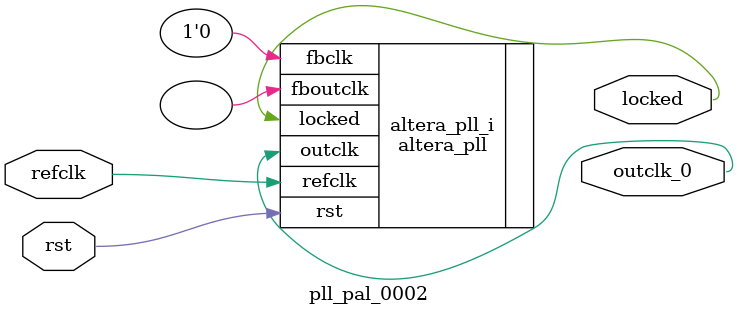
<source format=v>
`timescale 1ns/10ps
module  pll_pal_0002(

	// interface 'refclk'
	input wire refclk,

	// interface 'reset'
	input wire rst,

	// interface 'outclk0'
	output wire outclk_0,

	// interface 'locked'
	output wire locked
);

	altera_pll #(
		.fractional_vco_multiplier("false"),
		.reference_clock_frequency("50.0 MHz"),
		.operation_mode("normal"),
		.number_of_clocks(1),
		.output_clock_frequency0("56.750000 MHz"),
		.phase_shift0("0 ps"),
		.duty_cycle0(50),
		.output_clock_frequency1("0 MHz"),
		.phase_shift1("0 ps"),
		.duty_cycle1(50),
		.output_clock_frequency2("0 MHz"),
		.phase_shift2("0 ps"),
		.duty_cycle2(50),
		.output_clock_frequency3("0 MHz"),
		.phase_shift3("0 ps"),
		.duty_cycle3(50),
		.output_clock_frequency4("0 MHz"),
		.phase_shift4("0 ps"),
		.duty_cycle4(50),
		.output_clock_frequency5("0 MHz"),
		.phase_shift5("0 ps"),
		.duty_cycle5(50),
		.output_clock_frequency6("0 MHz"),
		.phase_shift6("0 ps"),
		.duty_cycle6(50),
		.output_clock_frequency7("0 MHz"),
		.phase_shift7("0 ps"),
		.duty_cycle7(50),
		.output_clock_frequency8("0 MHz"),
		.phase_shift8("0 ps"),
		.duty_cycle8(50),
		.output_clock_frequency9("0 MHz"),
		.phase_shift9("0 ps"),
		.duty_cycle9(50),
		.output_clock_frequency10("0 MHz"),
		.phase_shift10("0 ps"),
		.duty_cycle10(50),
		.output_clock_frequency11("0 MHz"),
		.phase_shift11("0 ps"),
		.duty_cycle11(50),
		.output_clock_frequency12("0 MHz"),
		.phase_shift12("0 ps"),
		.duty_cycle12(50),
		.output_clock_frequency13("0 MHz"),
		.phase_shift13("0 ps"),
		.duty_cycle13(50),
		.output_clock_frequency14("0 MHz"),
		.phase_shift14("0 ps"),
		.duty_cycle14(50),
		.output_clock_frequency15("0 MHz"),
		.phase_shift15("0 ps"),
		.duty_cycle15(50),
		.output_clock_frequency16("0 MHz"),
		.phase_shift16("0 ps"),
		.duty_cycle16(50),
		.output_clock_frequency17("0 MHz"),
		.phase_shift17("0 ps"),
		.duty_cycle17(50),
		.pll_type("General"),
		.pll_subtype("General")
	) altera_pll_i (
		.rst	(rst),
		.outclk	({outclk_0}),
		.locked	(locked),
		.fboutclk	( ),
		.fbclk	(1'b0),
		.refclk	(refclk)
	);
endmodule


</source>
